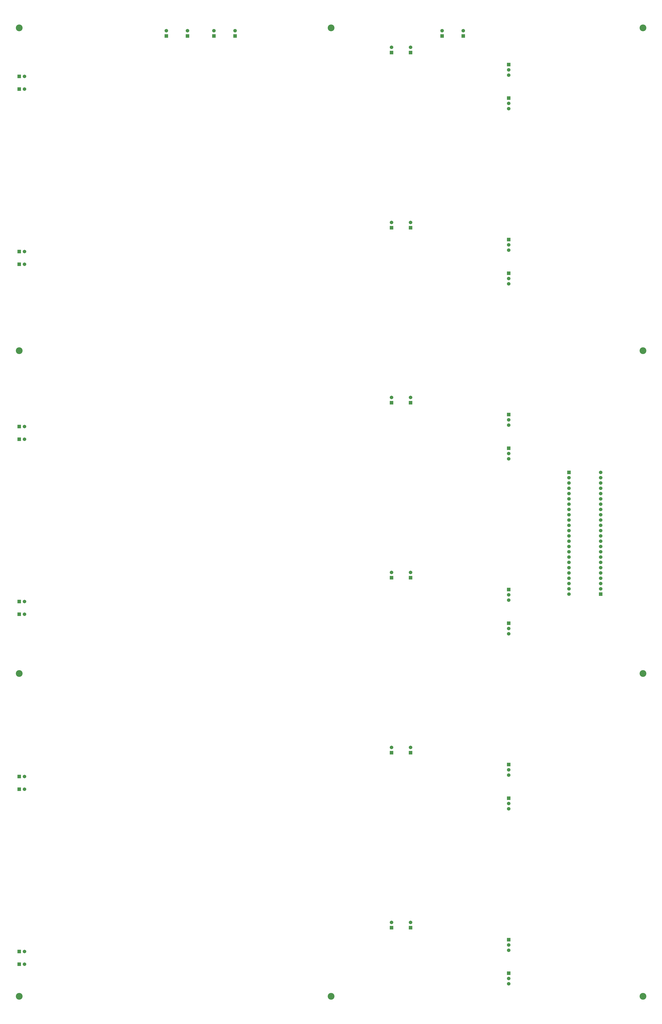
<source format=gbr>
%TF.GenerationSoftware,Altium Limited,Altium Designer,22.9.1 (49)*%
G04 Layer_Color=16711935*
%FSLAX45Y45*%
%MOMM*%
%TF.SameCoordinates,19B3199C-24C9-4E42-A554-521A99F5088D*%
%TF.FilePolarity,Negative*%
%TF.FileFunction,Soldermask,Bot*%
%TF.Part,Single*%
G01*
G75*
%TA.AperFunction,ComponentPad*%
%ADD24R,1.70320X1.70320*%
%ADD25C,1.70320*%
%TA.AperFunction,WasherPad*%
%ADD26C,3.25120*%
%TA.AperFunction,ComponentPad*%
%ADD27R,1.70320X1.70320*%
D24*
X23114000Y48882300D02*
D03*
X24130000D02*
D03*
X9867900D02*
D03*
X10883900D02*
D03*
X13169901D02*
D03*
X12153900D02*
D03*
X21602699Y6083300D02*
D03*
X26314401Y5511800D02*
D03*
Y3898900D02*
D03*
X20688300Y6083300D02*
D03*
X21602699Y48083469D02*
D03*
Y14483334D02*
D03*
Y22883368D02*
D03*
Y31283401D02*
D03*
Y39683435D02*
D03*
X26314401Y45899069D02*
D03*
Y47511969D02*
D03*
Y20698969D02*
D03*
Y22311868D02*
D03*
Y37499036D02*
D03*
Y39111935D02*
D03*
Y30711902D02*
D03*
Y29099002D02*
D03*
X20688300Y31283401D02*
D03*
X26314401Y13911835D02*
D03*
Y12298934D02*
D03*
X29210001Y27939999D02*
D03*
X20688300Y14483334D02*
D03*
X30734000Y22098000D02*
D03*
X20688300Y22883368D02*
D03*
Y39683435D02*
D03*
Y48083469D02*
D03*
D25*
X23114000Y49136301D02*
D03*
X24130000D02*
D03*
X9867900D02*
D03*
X10883900D02*
D03*
X13169901D02*
D03*
X12153900D02*
D03*
X3048000Y12730734D02*
D03*
Y4330700D02*
D03*
X21602699Y6337300D02*
D03*
X26314401Y5003800D02*
D03*
Y5257800D02*
D03*
Y3390900D02*
D03*
Y3644900D02*
D03*
X20688300Y6337300D02*
D03*
X3048000Y4940300D02*
D03*
Y46330869D02*
D03*
X21602699Y48337469D02*
D03*
Y14737334D02*
D03*
Y23137367D02*
D03*
Y31537402D02*
D03*
Y39937436D02*
D03*
X3048000Y21130768D02*
D03*
Y29530801D02*
D03*
Y37930835D02*
D03*
X26314401Y45391071D02*
D03*
Y45645071D02*
D03*
Y47003970D02*
D03*
Y47257971D02*
D03*
Y20190968D02*
D03*
Y20444968D02*
D03*
Y21803868D02*
D03*
Y22057867D02*
D03*
Y36991037D02*
D03*
Y37245035D02*
D03*
Y38603937D02*
D03*
Y38857935D02*
D03*
Y30457901D02*
D03*
Y30203903D02*
D03*
Y28845001D02*
D03*
Y28591003D02*
D03*
X20688300Y31537402D02*
D03*
X3048000Y30140402D02*
D03*
X26314401Y13657834D02*
D03*
Y13403835D02*
D03*
Y12044934D02*
D03*
Y11790934D02*
D03*
X29210001Y22098000D02*
D03*
Y22352000D02*
D03*
Y22606000D02*
D03*
Y22860001D02*
D03*
Y23114000D02*
D03*
Y23367999D02*
D03*
Y23622000D02*
D03*
Y23875999D02*
D03*
Y24130000D02*
D03*
Y24384000D02*
D03*
Y24638000D02*
D03*
Y24892000D02*
D03*
Y25146001D02*
D03*
Y25400000D02*
D03*
Y25654001D02*
D03*
Y25907999D02*
D03*
Y26162000D02*
D03*
Y26416000D02*
D03*
Y26670001D02*
D03*
Y26923999D02*
D03*
Y27178000D02*
D03*
Y27432001D02*
D03*
Y27685999D02*
D03*
X3048000Y13340334D02*
D03*
X20688300Y14737334D02*
D03*
X30734000Y27939999D02*
D03*
Y27685999D02*
D03*
Y27432001D02*
D03*
Y27178000D02*
D03*
Y26923999D02*
D03*
Y26670001D02*
D03*
Y26416000D02*
D03*
Y26162000D02*
D03*
Y25907999D02*
D03*
Y25654001D02*
D03*
Y25400000D02*
D03*
Y25146001D02*
D03*
Y24892000D02*
D03*
Y24638000D02*
D03*
Y24384000D02*
D03*
Y24130000D02*
D03*
Y23875999D02*
D03*
Y23622000D02*
D03*
Y23367999D02*
D03*
Y23114000D02*
D03*
Y22860001D02*
D03*
Y22606000D02*
D03*
Y22352000D02*
D03*
X20688300Y23137367D02*
D03*
Y39937436D02*
D03*
Y48337469D02*
D03*
X3048000Y21740369D02*
D03*
Y38540436D02*
D03*
Y46940469D02*
D03*
D26*
X32766000Y18288000D02*
D03*
X2794000Y33782001D02*
D03*
X17780000Y2794000D02*
D03*
Y49276001D02*
D03*
X32766000Y33782001D02*
D03*
X2794000Y18288000D02*
D03*
X32766000Y2794000D02*
D03*
Y49276001D02*
D03*
X2794000D02*
D03*
Y2794000D02*
D03*
D27*
Y12730734D02*
D03*
Y4330700D02*
D03*
Y4940300D02*
D03*
Y46330869D02*
D03*
Y21130768D02*
D03*
Y29530801D02*
D03*
Y37930835D02*
D03*
Y30140402D02*
D03*
Y13340334D02*
D03*
Y21740369D02*
D03*
Y38540436D02*
D03*
Y46940469D02*
D03*
%TF.MD5,5f9794bf76a29f48e00bd75449d7dcf7*%
M02*

</source>
